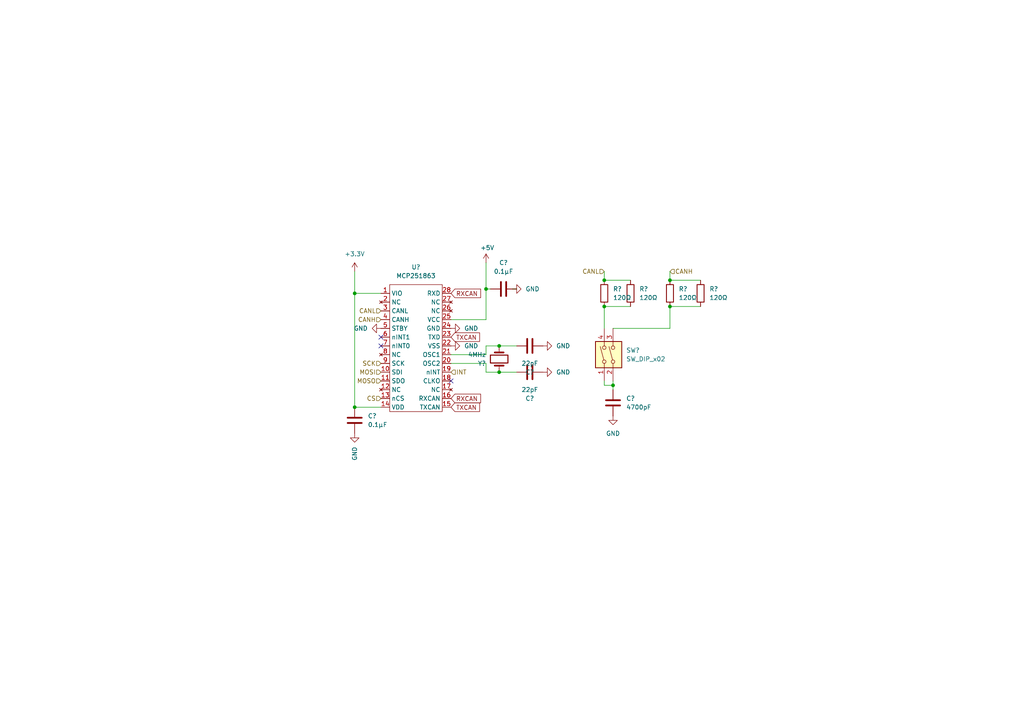
<source format=kicad_sch>
(kicad_sch (version 20230121) (generator eeschema)
  (paper "A4")
  (lib_symbols
    (symbol "CAN:MCP251863"
      (property "Reference" "U" (at -6.35 22.86 0))
      (property "Value" "MCP251863" (at 0 20.32 0))
      (symbol "MCP251863_0_1"
        (rectangle (start -7.62 19.05) (end 7.62 -17.78))
      )
      (symbol "MCP251863_1_1"
        (pin input line (at -10.16 16.51 0) (length 2.54) (name "VIO") (number "1"))
        (pin input line (at -10.16 -6.35 0) (length 2.54) (name "SDI") (number "10"))
        (pin output line (at -10.16 -8.89 0) (length 2.54) (name "SDO") (number "11"))
        (pin no_connect line (at -10.16 -11.43 0) (length 2.54) (name "NC") (number "12"))
        (pin input line (at -10.16 -13.97 0) (length 2.54) (name "nCS") (number "13"))
        (pin power_in line (at -10.16 -16.51 0) (length 2.54) (name "VDD") (number "14"))
        (pin output line (at 10.16 -16.51 180) (length 2.54) (name "TXCAN") (number "15"))
        (pin output line (at 10.16 -13.97 180) (length 2.54) (name "RXCAN") (number "16"))
        (pin no_connect line (at 10.16 -11.43 180) (length 2.54) (name "NC") (number "17"))
        (pin input line (at 10.16 -8.89 180) (length 2.54) (name "CLKO") (number "18"))
        (pin output line (at 10.16 -6.35 180) (length 2.54) (name "nINT") (number "19"))
        (pin no_connect line (at -10.16 13.97 0) (length 2.54) (name "NC") (number "2"))
        (pin input line (at 10.16 -3.81 180) (length 2.54) (name "OSC2") (number "20"))
        (pin input line (at 10.16 -1.27 180) (length 2.54) (name "OSC1") (number "21"))
        (pin power_in line (at 10.16 1.27 180) (length 2.54) (name "VSS") (number "22"))
        (pin input line (at 10.16 3.81 180) (length 2.54) (name "TXD") (number "23"))
        (pin power_in line (at 10.16 6.35 180) (length 2.54) (name "GND") (number "24"))
        (pin power_in line (at 10.16 8.89 180) (length 2.54) (name "VCC") (number "25"))
        (pin no_connect line (at 10.16 11.43 180) (length 2.54) (name "NC") (number "26"))
        (pin no_connect line (at 10.16 13.97 180) (length 2.54) (name "NC") (number "27"))
        (pin input line (at 10.16 16.51 180) (length 2.54) (name "RXD") (number "28"))
        (pin output line (at -10.16 11.43 0) (length 2.54) (name "CANL") (number "3"))
        (pin output line (at -10.16 8.89 0) (length 2.54) (name "CANH") (number "4"))
        (pin input line (at -10.16 6.35 0) (length 2.54) (name "STBY") (number "5"))
        (pin bidirectional line (at -10.16 3.81 0) (length 2.54) (name "nINT1") (number "6"))
        (pin bidirectional line (at -10.16 1.27 0) (length 2.54) (name "nINT0") (number "7"))
        (pin no_connect line (at -10.16 -1.27 0) (length 2.54) (name "NC") (number "8"))
        (pin input line (at -10.16 -3.81 0) (length 2.54) (name "SCK") (number "9"))
      )
    )
    (symbol "Device:C" (pin_numbers hide) (pin_names (offset 0.254))
      (property "Reference" "C" (at 0.635 2.54 0))
      (property "Value" "C" (at 0.635 -2.54 0))
      (symbol "C_0_1"
        (polyline (pts (xy -2.032 -0.762) (xy 2.032 -0.762)) (stroke (width 0.508)))
        (polyline (pts (xy -2.032 0.762) (xy 2.032 0.762)) (stroke (width 0.508)))
      )
      (symbol "C_1_1"
        (pin passive line (at 0 3.81 270) (length 2.794) (name "~") (number "1"))
        (pin passive line (at 0 -3.81 90) (length 2.794) (name "~") (number "2"))
      )
    )
    (symbol "Device:Crystal" (pin_numbers hide) (pin_names (offset 1.016) hide)
      (property "Reference" "Y" (at 0 3.81 0))
      (property "Value" "Crystal" (at 0 -3.81 0))
      (symbol "Crystal_0_1"
        (rectangle (start -1.143 2.54) (end 1.143 -2.54) (stroke (width 0.3048)))
        (polyline (pts (xy -2.54 0) (xy -1.905 0)))
        (polyline (pts (xy -1.905 -1.27) (xy -1.905 1.27)) (stroke (width 0.508)))
        (polyline (pts (xy 1.905 -1.27) (xy 1.905 1.27)) (stroke (width 0.508)))
        (polyline (pts (xy 2.54 0) (xy 1.905 0)))
      )
      (symbol "Crystal_1_1"
        (pin passive line (at -3.81 0 0) (length 1.27) (name "1") (number "1"))
        (pin passive line (at 3.81 0 180) (length 1.27) (name "2") (number "2"))
      )
    )
    (symbol "Device:R" (pin_numbers hide) (pin_names (offset 0))
      (property "Reference" "R" (at 2.032 0 90))
      (property "Value" "R" (at 0 0 90))
      (symbol "R_0_1"
        (rectangle (start -1.016 -2.54) (end 1.016 2.54) (stroke (width 0.254)))
      )
      (symbol "R_1_1"
        (pin passive line (at 0 3.81 270) (length 1.27) (name "~") (number "1"))
        (pin passive line (at 0 -3.81 90) (length 1.27) (name "~") (number "2"))
      )
    )
    (symbol "Switch:SW_DIP_x02" (pin_names (offset 0) hide)
      (property "Reference" "SW" (at 0 6.35 0))
      (property "Value" "SW_DIP_x02" (at 0 -3.81 0))
      (symbol "SW_DIP_x02_0_0"
        (circle (center -2.032 0) (radius 0.508))
        (circle (center -2.032 2.54) (radius 0.508))
        (polyline (pts (xy -1.524 0.127) (xy 2.3622 1.1684)))
        (polyline (pts (xy -1.524 2.667) (xy 2.3622 3.7084)))
        (circle (center 2.032 0) (radius 0.508))
        (circle (center 2.032 2.54) (radius 0.508))
      )
      (symbol "SW_DIP_x02_0_1"
        (rectangle (start -3.81 5.08) (end 3.81 -2.54) (stroke (width 0.254)) (fill (type background)))
      )
      (symbol "SW_DIP_x02_1_1"
        (pin passive line (at -7.62 2.54 0) (length 5.08) (name "~") (number "1"))
        (pin passive line (at -7.62 0 0) (length 5.08) (name "~") (number "2"))
        (pin passive line (at 7.62 0 180) (length 5.08) (name "~") (number "3"))
        (pin passive line (at 7.62 2.54 180) (length 5.08) (name "~") (number "4"))
      )
    )
    (symbol "power:+3.3V" (power) (pin_names (offset 0))
      (property "Value" "+3.3V" (at 0 3.556 0))
      (symbol "+3.3V_0_1"
        (polyline (pts (xy -0.762 1.27) (xy 0 2.54)))
        (polyline (pts (xy 0 0) (xy 0 2.54)))
        (polyline (pts (xy 0 2.54) (xy 0.762 1.27)))
      )
      (symbol "+3.3V_1_1"
        (pin power_in line (at 0 0 90) (length 0) hide (name "+3.3V") (number "1"))
      )
    )
    (symbol "power:+5V" (power) (pin_names (offset 0))
      (property "Value" "+5V" (at 0 3.556 0))
      (symbol "+5V_0_1"
        (polyline (pts (xy -0.762 1.27) (xy 0 2.54)))
        (polyline (pts (xy 0 0) (xy 0 2.54)))
        (polyline (pts (xy 0 2.54) (xy 0.762 1.27)))
      )
      (symbol "+5V_1_1"
        (pin power_in line (at 0 0 90) (length 0) hide (name "+5V") (number "1"))
      )
    )
    (symbol "power:GND" (power) (pin_names (offset 0))
      (property "Value" "GND" (at 0 -3.81 0))
      (symbol "GND_0_1"
        (polyline (pts (xy 0 0) (xy 0 -1.27) (xy 1.27 -1.27) (xy 0 -2.54) (xy -1.27 -1.27) (xy 0 -1.27)))
      )
      (symbol "GND_1_1"
        (pin power_in line (at 0 0 270) (length 0) hide (name "GND") (number "1"))
      )
    )
  )
  (junction (at 175.26 88.9))
  (junction (at 175.26 81.28))
  (junction (at 194.31 81.28))
  (junction (at 140.97 83.82))
  (junction (at 177.8 111.76))
  (junction (at 194.31 88.9))
  (junction (at 102.87 118.11))
  (junction (at 102.87 85.09))
  (junction (at 144.78 100.33))
  (junction (at 144.78 107.95))
  (no_connect (at 110.49 97.79))
  (no_connect (at 110.49 100.33))
  (no_connect (at 130.81 110.49))
  (wire (pts (xy 175.26 111.76) (xy 177.8 111.76)))
  (wire (pts (xy 110.49 85.09) (xy 102.87 85.09)))
  (wire (pts (xy 175.26 88.9) (xy 175.26 95.25)))
  (wire (pts (xy 140.97 100.33) (xy 140.97 102.87)))
  (wire (pts (xy 140.97 105.41) (xy 130.81 105.41)))
  (wire (pts (xy 194.31 88.9) (xy 203.2 88.9)))
  (wire (pts (xy 142.24 83.82) (xy 140.97 83.82)))
  (wire (pts (xy 149.86 100.33) (xy 144.78 100.33)))
  (wire (pts (xy 175.26 78.74) (xy 175.26 81.28)))
  (wire (pts (xy 140.97 105.41) (xy 140.97 107.95)))
  (wire (pts (xy 194.31 81.28) (xy 203.2 81.28)))
  (wire (pts (xy 102.87 85.09) (xy 102.87 118.11)))
  (wire (pts (xy 175.26 88.9) (xy 182.88 88.9)))
  (wire (pts (xy 177.8 110.49) (xy 177.8 111.76)))
  (wire (pts (xy 144.78 107.95) (xy 140.97 107.95)))
  (wire (pts (xy 194.31 78.74) (xy 194.31 81.28)))
  (wire (pts (xy 194.31 95.25) (xy 177.8 95.25)))
  (wire (pts (xy 140.97 83.82) (xy 140.97 92.71)))
  (wire (pts (xy 194.31 88.9) (xy 194.31 95.25)))
  (wire (pts (xy 175.26 81.28) (xy 182.88 81.28)))
  (wire (pts (xy 177.8 113.03) (xy 177.8 111.76)))
  (wire (pts (xy 149.86 83.82) (xy 148.59 83.82)))
  (wire (pts (xy 140.97 92.71) (xy 130.81 92.71)))
  (wire (pts (xy 140.97 76.2) (xy 140.97 83.82)))
  (wire (pts (xy 102.87 118.11) (xy 110.49 118.11)))
  (wire (pts (xy 130.81 102.87) (xy 140.97 102.87)))
  (wire (pts (xy 102.87 78.74) (xy 102.87 85.09)))
  (wire (pts (xy 175.26 110.49) (xy 175.26 111.76)))
  (wire (pts (xy 144.78 100.33) (xy 140.97 100.33)))
  (wire (pts (xy 149.86 107.95) (xy 144.78 107.95)))
  (global_label "RXCAN" (shape input) (at 130.81 115.57 0) (property "Intersheetrefs" "${INTERSHEET_REFS}" (effects hide)))
  (global_label "RXCAN" (shape input) (at 130.81 85.09 0) (property "Intersheetrefs" "${INTERSHEET_REFS}" (effects hide)))
  (global_label "TXCAN" (shape input) (at 130.81 97.79 0) (property "Intersheetrefs" "${INTERSHEET_REFS}" (effects hide)))
  (global_label "TXCAN" (shape input) (at 130.81 118.11 0) (property "Intersheetrefs" "${INTERSHEET_REFS}" (effects hide)))
  (hierarchical_label "SCK" (shape input) (at 110.49 105.41 180))
  (hierarchical_label "CANL" (shape input) (at 175.26 78.74 180))
  (hierarchical_label "CANH" (shape input) (at 110.49 92.71 180))
  (hierarchical_label "CS" (shape input) (at 110.49 115.57 180))
  (hierarchical_label "INT" (shape input) (at 130.81 107.95 0))
  (hierarchical_label "MOSI" (shape input) (at 110.49 107.95 180))
  (hierarchical_label "MOSO" (shape input) (at 110.49 110.49 180))
  (hierarchical_label "CANL" (shape input) (at 110.49 90.17 180))
  (hierarchical_label "CANH" (shape input) (at 194.31 78.74 0))
  (symbol (lib_id "Device:R") (at 203.2 85.09 180) (unit 1)
    (property "Reference" "R?" (at 205.74 83.82 0) (effects (justify right)))
    (property "Value" "120Ω" (at 205.74 86.36 0) (effects (justify right)))
    (property "Footprint" "Resistor_SMD:R_0201_0603Metric_Pad0.64x0.40mm_HandSolder" (effects hide))
    (instances (project "test" (path "" (reference "R?") (unit 1)) (path "" (reference "R?") (unit 1))) (project "raspberrypi_canfd" (path "" (reference "R?") (unit 1))) (project "canfd" (path "" (reference "R?") (unit 1))) (project "mainboard" (path "" (reference "R15") (unit 1)) (path "" (reference "R?") (unit 1))))
  )
  (symbol (lib_id "power:GND") (at 130.81 95.25 90) (unit 1)
    (property "Reference" "#PWR?" (effects hide))
    (property "Value" "GND" (at 134.62 95.25 90) (effects (justify right)))
    (instances (project "raspberrypi_canfd" (path "" (reference "#PWR?") (unit 1))) (project "canfd" (path "" (reference "#PWR?") (unit 1))) (project "mainboard" (path "" (reference "#PWR026") (unit 1))))
  )
  (symbol (lib_id "Device:C") (at 146.05 83.82 90) (unit 1)
    (property "Reference" "C?" (at 146.05 76.2 90))
    (property "Value" "0.1μF" (at 146.05 78.74 90))
    (property "Footprint" "Capacitor_THT:C_Disc_D4.7mm_W2.5mm_P5.00mm" (effects hide))
    (instances (project "raspberrypi_canfd" (path "" (reference "C?") (unit 1))) (project "canfd" (path "" (reference "C?") (unit 1))) (project "mainboard" (path "" (reference "C7") (unit 1))))
  )
  (symbol (lib_id "Switch:SW_DIP_x02") (at 177.8 102.87 90) (unit 1)
    (property "Reference" "SW?" (at 181.61 101.6 90) (effects (justify right)))
    (property "Value" "SW_DIP_x02" (at 181.61 104.14 90) (effects (justify right)))
    (property "Footprint" "Button_Switch_THT:SW_DIP_SPSTx02_Slide_9.78x7.26mm_W7.62mm_P2.54mm" (effects hide))
    (instances (project "raspberrypi_canfd" (path "" (reference "SW?") (unit 1)) (path "" (reference "SW?") (unit 1))) (project "canfd" (path "" (reference "SW?") (unit 1))) (project "mainboard" (path "" (reference "SW1") (unit 1)) (path "" (reference "SW?") (unit 1))))
  )
  (symbol (lib_id "power:GND") (at 157.48 100.33 90) (unit 1)
    (property "Reference" "#PWR?" (effects hide))
    (property "Value" "GND" (at 161.29 100.33 90) (effects (justify right)))
    (instances (project "test" (path "" (reference "#PWR?") (unit 1)) (path "" (reference "#PWR?") (unit 1))) (project "raspberrypi_canfd" (path "" (reference "#PWR?") (unit 1))) (project "canfd" (path "" (reference "#PWR?") (unit 1))) (project "mainboard" (path "" (reference "#PWR030") (unit 1))))
  )
  (symbol (lib_id "power:GND") (at 157.48 107.95 90) (unit 1)
    (property "Reference" "#PWR?" (effects hide))
    (property "Value" "GND" (at 161.29 107.95 90) (effects (justify right)))
    (instances (project "test" (path "" (reference "#PWR?") (unit 1)) (path "" (reference "#PWR?") (unit 1))) (project "raspberrypi_canfd" (path "" (reference "#PWR?") (unit 1))) (project "canfd" (path "" (reference "#PWR?") (unit 1))) (project "mainboard" (path "" (reference "#PWR031") (unit 1))))
  )
  (symbol (lib_id "CAN:MCP251863") (at 120.65 101.6 0) (unit 1)
    (property "Reference" "U?" (at 120.65 77.47 0))
    (property "Value" "MCP251863" (at 120.65 80.01 0))
    (property "Footprint" "Package_SO:SSOP-28_5.3x10.2mm_P0.65mm" (effects hide))
    (property "Datasheet" "https://www.mouser.jp/datasheet/2/268/MCP251863_Data_Sheet_DS20006624A-2942420.pdf" (effects hide))
    (instances (project "raspberrypi_canfd" (path "" (reference "U?") (unit 1))) (project "canfd" (path "" (reference "U?") (unit 1))) (project "mainboard" (path "" (reference "U2") (unit 1))))
  )
  (symbol (lib_id "Device:C") (at 177.8 116.84 180) (unit 1)
    (property "Reference" "C?" (at 181.61 115.57 0) (effects (justify right)))
    (property "Value" "4700pF" (at 181.61 118.11 0) (effects (justify right)))
    (property "Footprint" "Capacitor_THT:C_Disc_D4.7mm_W2.5mm_P5.00mm" (effects hide))
    (instances (project "test" (path "" (reference "C?") (unit 1)) (path "" (reference "C?") (unit 1))) (project "raspberrypi_canfd" (path "" (reference "C?") (unit 1))) (project "canfd" (path "" (reference "C?") (unit 1))) (project "mainboard" (path "" (reference "C10") (unit 1)) (path "" (reference "C?") (unit 1))))
  )
  (symbol (lib_id "Device:Crystal") (at 144.78 104.14 270) (unit 1)
    (property "Reference" "Y?" (at 140.97 105.41 90) (effects (justify right)))
    (property "Value" "4MHz" (at 140.97 102.87 90) (effects (justify right)))
    (property "Footprint" "Crystal:Crystal_HC49-U_Vertical" (effects hide))
    (instances (project "test" (path "" (reference "Y?") (unit 1)) (path "" (reference "Y?") (unit 1))) (project "raspberrypi_canfd" (path "" (reference "Y?") (unit 1))) (project "canfd" (path "" (reference "Y?") (unit 1))) (project "mainboard" (path "" (reference "Y1") (unit 1))))
  )
  (symbol (lib_id "power:GND") (at 130.81 100.33 90) (unit 1)
    (property "Reference" "#PWR?" (effects hide))
    (property "Value" "GND" (at 134.62 100.33 90) (effects (justify right)))
    (instances (project "raspberrypi_canfd" (path "" (reference "#PWR?") (unit 1))) (project "canfd" (path "" (reference "#PWR?") (unit 1))) (project "mainboard" (path "" (reference "#PWR027") (unit 1))))
  )
  (symbol (lib_id "power:+5V") (at 140.97 76.2 0) (unit 1)
    (property "Reference" "#PWR?" (effects hide))
    (property "Value" "+5V" (at 141.3383 71.8756 0))
    (instances (project "raspberrypi_canfd" (path "" (reference "#PWR?") (unit 1))) (project "mainboard" (path "" (reference "#PWR?") (unit 1)) (path "" (reference "#PWR028") (unit 1))))
  )
  (symbol (lib_id "Device:C") (at 153.67 107.95 270) (unit 1)
    (property "Reference" "C?" (at 153.67 115.57 90))
    (property "Value" "22pF" (at 153.67 113.03 90))
    (property "Footprint" "Capacitor_THT:C_Disc_D4.7mm_W2.5mm_P5.00mm" (effects hide))
    (instances (project "test" (path "" (reference "C?") (unit 1)) (path "" (reference "C?") (unit 1))) (project "raspberrypi_canfd" (path "" (reference "C?") (unit 1))) (project "canfd" (path "" (reference "C?") (unit 1))) (project "mainboard" (path "" (reference "C9") (unit 1))))
  )
  (symbol (lib_id "Device:R") (at 194.31 85.09 180) (unit 1)
    (property "Reference" "R?" (at 196.85 83.82 0) (effects (justify right)))
    (property "Value" "120Ω" (at 196.85 86.36 0) (effects (justify right)))
    (property "Footprint" "Resistor_SMD:R_0201_0603Metric_Pad0.64x0.40mm_HandSolder" (effects hide))
    (instances (project "test" (path "" (reference "R?") (unit 1)) (path "" (reference "R?") (unit 1))) (project "raspberrypi_canfd" (path "" (reference "R?") (unit 1))) (project "canfd" (path "" (reference "R?") (unit 1))) (project "mainboard" (path "" (reference "R14") (unit 1)) (path "" (reference "R?") (unit 1))))
  )
  (symbol (lib_id "Device:R") (at 175.26 85.09 180) (unit 1)
    (property "Reference" "R?" (at 177.8 83.82 0) (effects (justify right)))
    (property "Value" "120Ω" (at 177.8 86.36 0) (effects (justify right)))
    (property "Footprint" "Resistor_SMD:R_0201_0603Metric_Pad0.64x0.40mm_HandSolder" (effects hide))
    (instances (project "test" (path "" (reference "R?") (unit 1)) (path "" (reference "R?") (unit 1))) (project "raspberrypi_canfd" (path "" (reference "R?") (unit 1))) (project "canfd" (path "" (reference "R?") (unit 1))) (project "mainboard" (path "" (reference "R12") (unit 1)) (path "" (reference "R?") (unit 1))))
  )
  (symbol (lib_id "power:GND") (at 177.8 120.65 0) (mirror y) (unit 1)
    (property "Reference" "#PWR?" (effects hide))
    (property "Value" "GND" (at 177.8 125.73 0))
    (instances (project "test" (path "" (reference "#PWR?") (unit 1)) (path "" (reference "#PWR?") (unit 1))) (project "raspberrypi_canfd" (path "" (reference "#PWR?") (unit 1))) (project "canfd" (path "" (reference "#PWR?") (unit 1))) (project "mainboard" (path "" (reference "#PWR032") (unit 1)) (path "" (reference "#PWR?") (unit 1))))
  )
  (symbol (lib_id "power:GND") (at 148.59 83.82 90) (unit 1)
    (property "Reference" "#PWR?" (effects hide))
    (property "Value" "GND" (at 152.4 83.82 90) (effects (justify right)))
    (instances (project "raspberrypi_canfd" (path "" (reference "#PWR?") (unit 1))) (project "canfd" (path "" (reference "#PWR?") (unit 1))) (project "mainboard" (path "" (reference "#PWR029") (unit 1))))
  )
  (symbol (lib_id "power:+3.3V") (at 102.87 78.74 0) (unit 1)
    (property "Reference" "#PWR?" (effects hide))
    (property "Value" "+3.3V" (at 102.87 73.66 0))
    (instances (project "raspberrypi_canfd" (path "" (reference "#PWR?") (unit 1))) (project "mainboard" (path "" (reference "#PWR?") (unit 1)) (path "" (reference "#PWR023") (unit 1))))
  )
  (symbol (lib_id "power:GND") (at 110.49 95.25 270) (unit 1)
    (property "Reference" "#PWR?" (effects hide))
    (property "Value" "GND" (at 106.68 95.25 90) (effects (justify right)))
    (instances (project "raspberrypi_canfd" (path "" (reference "#PWR?") (unit 1))) (project "canfd" (path "" (reference "#PWR?") (unit 1))) (project "mainboard" (path "" (reference "#PWR025") (unit 1))))
  )
  (symbol (lib_id "power:GND") (at 102.87 125.73 0) (unit 1)
    (property "Reference" "#PWR?" (effects hide))
    (property "Value" "GND" (at 102.87 129.54 90) (effects (justify right)))
    (instances (project "test" (path "" (reference "#PWR?") (unit 1)) (path "" (reference "#PWR?") (unit 1))) (project "raspberrypi_canfd" (path "" (reference "#PWR?") (unit 1))) (project "canfd" (path "" (reference "#PWR?") (unit 1))) (project "mainboard" (path "" (reference "#PWR024") (unit 1))))
  )
  (symbol (lib_id "Device:C") (at 102.87 121.92 0) (unit 1)
    (property "Reference" "C?" (at 106.68 120.65 0) (effects (justify left)))
    (property "Value" "0.1μF" (at 106.68 123.19 0) (effects (justify left)))
    (property "Footprint" "Capacitor_THT:C_Disc_D4.7mm_W2.5mm_P5.00mm" (effects hide))
    (instances (project "raspberrypi_canfd" (path "" (reference "C?") (unit 1))) (project "canfd" (path "" (reference "C?") (unit 1))) (project "mainboard" (path "" (reference "C6") (unit 1))))
  )
  (symbol (lib_id "Device:C") (at 153.67 100.33 270) (unit 1)
    (property "Reference" "C?" (at 153.67 107.95 90))
    (property "Value" "22pF" (at 153.67 105.41 90))
    (property "Footprint" "Capacitor_THT:C_Disc_D4.7mm_W2.5mm_P5.00mm" (effects hide))
    (instances (project "test" (path "" (reference "C?") (unit 1)) (path "" (reference "C?") (unit 1))) (project "raspberrypi_canfd" (path "" (reference "C?") (unit 1))) (project "canfd" (path "" (reference "C?") (unit 1))) (project "mainboard" (path "" (reference "C8") (unit 1))))
  )
  (symbol (lib_id "Device:R") (at 182.88 85.09 180) (unit 1)
    (property "Reference" "R?" (at 185.42 83.82 0) (effects (justify right)))
    (property "Value" "120Ω" (at 185.42 86.36 0) (effects (justify right)))
    (property "Footprint" "Resistor_SMD:R_0201_0603Metric_Pad0.64x0.40mm_HandSolder" (effects hide))
    (instances (project "test" (path "" (reference "R?") (unit 1)) (path "" (reference "R?") (unit 1))) (project "raspberrypi_canfd" (path "" (reference "R?") (unit 1))) (project "canfd" (path "" (reference "R?") (unit 1))) (project "mainboard" (path "" (reference "R13") (unit 1)) (path "" (reference "R?") (unit 1))))
  )
)
</source>
